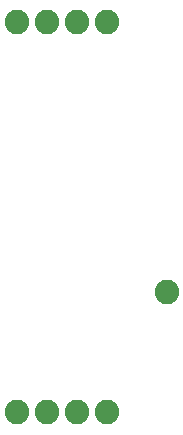
<source format=gbs>
G75*
%MOIN*%
%OFA0B0*%
%FSLAX25Y25*%
%IPPOS*%
%LPD*%
%AMOC8*
5,1,8,0,0,1.08239X$1,22.5*
%
%ADD10C,0.08200*%
D10*
X0203333Y0100000D03*
X0213333Y0100000D03*
X0223333Y0100000D03*
X0233333Y0100000D03*
X0253333Y0140000D03*
X0233333Y0230000D03*
X0223333Y0230000D03*
X0213333Y0230000D03*
X0203333Y0230000D03*
M02*

</source>
